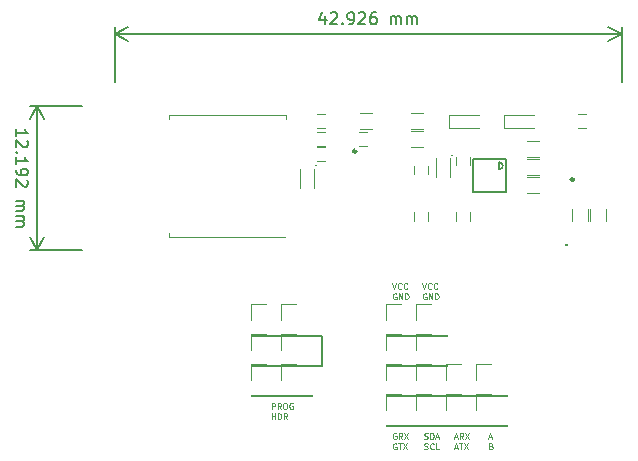
<source format=gbr>
G04 #@! TF.GenerationSoftware,KiCad,Pcbnew,(5.1.5)-3*
G04 #@! TF.CreationDate,2020-04-07T22:18:27-04:00*
G04 #@! TF.ProjectId,PicoTrackerWSPR2Rev2,5069636f-5472-4616-936b-657257535052,rev?*
G04 #@! TF.SameCoordinates,Original*
G04 #@! TF.FileFunction,Legend,Top*
G04 #@! TF.FilePolarity,Positive*
%FSLAX46Y46*%
G04 Gerber Fmt 4.6, Leading zero omitted, Abs format (unit mm)*
G04 Created by KiCad (PCBNEW (5.1.5)-3) date 2020-04-07 22:18:27*
%MOMM*%
%LPD*%
G04 APERTURE LIST*
%ADD10C,0.150000*%
%ADD11C,0.125000*%
%ADD12C,0.100000*%
%ADD13C,0.200000*%
%ADD14C,0.120000*%
%ADD15C,0.203200*%
%ADD16C,0.250000*%
G04 APERTURE END LIST*
D10*
X62255619Y-69072571D02*
X62255619Y-68501142D01*
X62255619Y-68786857D02*
X63255619Y-68786857D01*
X63112761Y-68691619D01*
X63017523Y-68596380D01*
X62969904Y-68501142D01*
X63160380Y-69453523D02*
X63208000Y-69501142D01*
X63255619Y-69596380D01*
X63255619Y-69834476D01*
X63208000Y-69929714D01*
X63160380Y-69977333D01*
X63065142Y-70024952D01*
X62969904Y-70024952D01*
X62827047Y-69977333D01*
X62255619Y-69405904D01*
X62255619Y-70024952D01*
X62350857Y-70453523D02*
X62303238Y-70501142D01*
X62255619Y-70453523D01*
X62303238Y-70405904D01*
X62350857Y-70453523D01*
X62255619Y-70453523D01*
X62255619Y-71453523D02*
X62255619Y-70882095D01*
X62255619Y-71167809D02*
X63255619Y-71167809D01*
X63112761Y-71072571D01*
X63017523Y-70977333D01*
X62969904Y-70882095D01*
X62255619Y-71929714D02*
X62255619Y-72120190D01*
X62303238Y-72215428D01*
X62350857Y-72263047D01*
X62493714Y-72358285D01*
X62684190Y-72405904D01*
X63065142Y-72405904D01*
X63160380Y-72358285D01*
X63208000Y-72310666D01*
X63255619Y-72215428D01*
X63255619Y-72024952D01*
X63208000Y-71929714D01*
X63160380Y-71882095D01*
X63065142Y-71834476D01*
X62827047Y-71834476D01*
X62731809Y-71882095D01*
X62684190Y-71929714D01*
X62636571Y-72024952D01*
X62636571Y-72215428D01*
X62684190Y-72310666D01*
X62731809Y-72358285D01*
X62827047Y-72405904D01*
X63160380Y-72786857D02*
X63208000Y-72834476D01*
X63255619Y-72929714D01*
X63255619Y-73167809D01*
X63208000Y-73263047D01*
X63160380Y-73310666D01*
X63065142Y-73358285D01*
X62969904Y-73358285D01*
X62827047Y-73310666D01*
X62255619Y-72739238D01*
X62255619Y-73358285D01*
X62255619Y-74548761D02*
X62922285Y-74548761D01*
X62827047Y-74548761D02*
X62874666Y-74596380D01*
X62922285Y-74691619D01*
X62922285Y-74834476D01*
X62874666Y-74929714D01*
X62779428Y-74977333D01*
X62255619Y-74977333D01*
X62779428Y-74977333D02*
X62874666Y-75024952D01*
X62922285Y-75120190D01*
X62922285Y-75263047D01*
X62874666Y-75358285D01*
X62779428Y-75405904D01*
X62255619Y-75405904D01*
X62255619Y-75882095D02*
X62922285Y-75882095D01*
X62827047Y-75882095D02*
X62874666Y-75929714D01*
X62922285Y-76024952D01*
X62922285Y-76167809D01*
X62874666Y-76263047D01*
X62779428Y-76310666D01*
X62255619Y-76310666D01*
X62779428Y-76310666D02*
X62874666Y-76358285D01*
X62922285Y-76453523D01*
X62922285Y-76596380D01*
X62874666Y-76691619D01*
X62779428Y-76739238D01*
X62255619Y-76739238D01*
X64008000Y-66548000D02*
X64008000Y-78740000D01*
X67818000Y-66548000D02*
X63421579Y-66548000D01*
X67818000Y-78740000D02*
X63421579Y-78740000D01*
X64008000Y-78740000D02*
X63421579Y-77613496D01*
X64008000Y-78740000D02*
X64594421Y-77613496D01*
X64008000Y-66548000D02*
X63421579Y-67674504D01*
X64008000Y-66548000D02*
X64594421Y-67674504D01*
X88408333Y-58937714D02*
X88408333Y-59604380D01*
X88170238Y-58556761D02*
X87932142Y-59271047D01*
X88551190Y-59271047D01*
X88884523Y-58699619D02*
X88932142Y-58652000D01*
X89027380Y-58604380D01*
X89265476Y-58604380D01*
X89360714Y-58652000D01*
X89408333Y-58699619D01*
X89455952Y-58794857D01*
X89455952Y-58890095D01*
X89408333Y-59032952D01*
X88836904Y-59604380D01*
X89455952Y-59604380D01*
X89884523Y-59509142D02*
X89932142Y-59556761D01*
X89884523Y-59604380D01*
X89836904Y-59556761D01*
X89884523Y-59509142D01*
X89884523Y-59604380D01*
X90408333Y-59604380D02*
X90598809Y-59604380D01*
X90694047Y-59556761D01*
X90741666Y-59509142D01*
X90836904Y-59366285D01*
X90884523Y-59175809D01*
X90884523Y-58794857D01*
X90836904Y-58699619D01*
X90789285Y-58652000D01*
X90694047Y-58604380D01*
X90503571Y-58604380D01*
X90408333Y-58652000D01*
X90360714Y-58699619D01*
X90313095Y-58794857D01*
X90313095Y-59032952D01*
X90360714Y-59128190D01*
X90408333Y-59175809D01*
X90503571Y-59223428D01*
X90694047Y-59223428D01*
X90789285Y-59175809D01*
X90836904Y-59128190D01*
X90884523Y-59032952D01*
X91265476Y-58699619D02*
X91313095Y-58652000D01*
X91408333Y-58604380D01*
X91646428Y-58604380D01*
X91741666Y-58652000D01*
X91789285Y-58699619D01*
X91836904Y-58794857D01*
X91836904Y-58890095D01*
X91789285Y-59032952D01*
X91217857Y-59604380D01*
X91836904Y-59604380D01*
X92694047Y-58604380D02*
X92503571Y-58604380D01*
X92408333Y-58652000D01*
X92360714Y-58699619D01*
X92265476Y-58842476D01*
X92217857Y-59032952D01*
X92217857Y-59413904D01*
X92265476Y-59509142D01*
X92313095Y-59556761D01*
X92408333Y-59604380D01*
X92598809Y-59604380D01*
X92694047Y-59556761D01*
X92741666Y-59509142D01*
X92789285Y-59413904D01*
X92789285Y-59175809D01*
X92741666Y-59080571D01*
X92694047Y-59032952D01*
X92598809Y-58985333D01*
X92408333Y-58985333D01*
X92313095Y-59032952D01*
X92265476Y-59080571D01*
X92217857Y-59175809D01*
X93979761Y-59604380D02*
X93979761Y-58937714D01*
X93979761Y-59032952D02*
X94027380Y-58985333D01*
X94122619Y-58937714D01*
X94265476Y-58937714D01*
X94360714Y-58985333D01*
X94408333Y-59080571D01*
X94408333Y-59604380D01*
X94408333Y-59080571D02*
X94455952Y-58985333D01*
X94551190Y-58937714D01*
X94694047Y-58937714D01*
X94789285Y-58985333D01*
X94836904Y-59080571D01*
X94836904Y-59604380D01*
X95313095Y-59604380D02*
X95313095Y-58937714D01*
X95313095Y-59032952D02*
X95360714Y-58985333D01*
X95455952Y-58937714D01*
X95598809Y-58937714D01*
X95694047Y-58985333D01*
X95741666Y-59080571D01*
X95741666Y-59604380D01*
X95741666Y-59080571D02*
X95789285Y-58985333D01*
X95884523Y-58937714D01*
X96027380Y-58937714D01*
X96122619Y-58985333D01*
X96170238Y-59080571D01*
X96170238Y-59604380D01*
X70612000Y-60452000D02*
X113538000Y-60452000D01*
X70612000Y-64516000D02*
X70612000Y-59865579D01*
X113538000Y-64516000D02*
X113538000Y-59865579D01*
X113538000Y-60452000D02*
X112411496Y-61038421D01*
X113538000Y-60452000D02*
X112411496Y-59865579D01*
X70612000Y-60452000D02*
X71738504Y-61038421D01*
X70612000Y-60452000D02*
X71738504Y-59865579D01*
D11*
X94108869Y-81521190D02*
X94275535Y-82021190D01*
X94442202Y-81521190D01*
X94894583Y-81973571D02*
X94870773Y-81997380D01*
X94799345Y-82021190D01*
X94751726Y-82021190D01*
X94680297Y-81997380D01*
X94632678Y-81949761D01*
X94608869Y-81902142D01*
X94585059Y-81806904D01*
X94585059Y-81735476D01*
X94608869Y-81640238D01*
X94632678Y-81592619D01*
X94680297Y-81545000D01*
X94751726Y-81521190D01*
X94799345Y-81521190D01*
X94870773Y-81545000D01*
X94894583Y-81568809D01*
X95394583Y-81973571D02*
X95370773Y-81997380D01*
X95299345Y-82021190D01*
X95251726Y-82021190D01*
X95180297Y-81997380D01*
X95132678Y-81949761D01*
X95108869Y-81902142D01*
X95085059Y-81806904D01*
X95085059Y-81735476D01*
X95108869Y-81640238D01*
X95132678Y-81592619D01*
X95180297Y-81545000D01*
X95251726Y-81521190D01*
X95299345Y-81521190D01*
X95370773Y-81545000D01*
X95394583Y-81568809D01*
X94442202Y-82420000D02*
X94394583Y-82396190D01*
X94323154Y-82396190D01*
X94251726Y-82420000D01*
X94204107Y-82467619D01*
X94180297Y-82515238D01*
X94156488Y-82610476D01*
X94156488Y-82681904D01*
X94180297Y-82777142D01*
X94204107Y-82824761D01*
X94251726Y-82872380D01*
X94323154Y-82896190D01*
X94370773Y-82896190D01*
X94442202Y-82872380D01*
X94466011Y-82848571D01*
X94466011Y-82681904D01*
X94370773Y-82681904D01*
X94680297Y-82896190D02*
X94680297Y-82396190D01*
X94966011Y-82896190D01*
X94966011Y-82396190D01*
X95204107Y-82896190D02*
X95204107Y-82396190D01*
X95323154Y-82396190D01*
X95394583Y-82420000D01*
X95442202Y-82467619D01*
X95466011Y-82515238D01*
X95489821Y-82610476D01*
X95489821Y-82681904D01*
X95466011Y-82777142D01*
X95442202Y-82824761D01*
X95394583Y-82872380D01*
X95323154Y-82896190D01*
X95204107Y-82896190D01*
X96648869Y-81521190D02*
X96815535Y-82021190D01*
X96982202Y-81521190D01*
X97434583Y-81973571D02*
X97410773Y-81997380D01*
X97339345Y-82021190D01*
X97291726Y-82021190D01*
X97220297Y-81997380D01*
X97172678Y-81949761D01*
X97148869Y-81902142D01*
X97125059Y-81806904D01*
X97125059Y-81735476D01*
X97148869Y-81640238D01*
X97172678Y-81592619D01*
X97220297Y-81545000D01*
X97291726Y-81521190D01*
X97339345Y-81521190D01*
X97410773Y-81545000D01*
X97434583Y-81568809D01*
X97934583Y-81973571D02*
X97910773Y-81997380D01*
X97839345Y-82021190D01*
X97791726Y-82021190D01*
X97720297Y-81997380D01*
X97672678Y-81949761D01*
X97648869Y-81902142D01*
X97625059Y-81806904D01*
X97625059Y-81735476D01*
X97648869Y-81640238D01*
X97672678Y-81592619D01*
X97720297Y-81545000D01*
X97791726Y-81521190D01*
X97839345Y-81521190D01*
X97910773Y-81545000D01*
X97934583Y-81568809D01*
X96982202Y-82420000D02*
X96934583Y-82396190D01*
X96863154Y-82396190D01*
X96791726Y-82420000D01*
X96744107Y-82467619D01*
X96720297Y-82515238D01*
X96696488Y-82610476D01*
X96696488Y-82681904D01*
X96720297Y-82777142D01*
X96744107Y-82824761D01*
X96791726Y-82872380D01*
X96863154Y-82896190D01*
X96910773Y-82896190D01*
X96982202Y-82872380D01*
X97006011Y-82848571D01*
X97006011Y-82681904D01*
X96910773Y-82681904D01*
X97220297Y-82896190D02*
X97220297Y-82396190D01*
X97506011Y-82896190D01*
X97506011Y-82396190D01*
X97744107Y-82896190D02*
X97744107Y-82396190D01*
X97863154Y-82396190D01*
X97934583Y-82420000D01*
X97982202Y-82467619D01*
X98006011Y-82515238D01*
X98029821Y-82610476D01*
X98029821Y-82681904D01*
X98006011Y-82777142D01*
X97982202Y-82824761D01*
X97934583Y-82872380D01*
X97863154Y-82896190D01*
X97744107Y-82896190D01*
X83893297Y-92181190D02*
X83893297Y-91681190D01*
X84083773Y-91681190D01*
X84131392Y-91705000D01*
X84155202Y-91728809D01*
X84179011Y-91776428D01*
X84179011Y-91847857D01*
X84155202Y-91895476D01*
X84131392Y-91919285D01*
X84083773Y-91943095D01*
X83893297Y-91943095D01*
X84679011Y-92181190D02*
X84512345Y-91943095D01*
X84393297Y-92181190D02*
X84393297Y-91681190D01*
X84583773Y-91681190D01*
X84631392Y-91705000D01*
X84655202Y-91728809D01*
X84679011Y-91776428D01*
X84679011Y-91847857D01*
X84655202Y-91895476D01*
X84631392Y-91919285D01*
X84583773Y-91943095D01*
X84393297Y-91943095D01*
X84988535Y-91681190D02*
X85083773Y-91681190D01*
X85131392Y-91705000D01*
X85179011Y-91752619D01*
X85202821Y-91847857D01*
X85202821Y-92014523D01*
X85179011Y-92109761D01*
X85131392Y-92157380D01*
X85083773Y-92181190D01*
X84988535Y-92181190D01*
X84940916Y-92157380D01*
X84893297Y-92109761D01*
X84869488Y-92014523D01*
X84869488Y-91847857D01*
X84893297Y-91752619D01*
X84940916Y-91705000D01*
X84988535Y-91681190D01*
X85679011Y-91705000D02*
X85631392Y-91681190D01*
X85559964Y-91681190D01*
X85488535Y-91705000D01*
X85440916Y-91752619D01*
X85417107Y-91800238D01*
X85393297Y-91895476D01*
X85393297Y-91966904D01*
X85417107Y-92062142D01*
X85440916Y-92109761D01*
X85488535Y-92157380D01*
X85559964Y-92181190D01*
X85607583Y-92181190D01*
X85679011Y-92157380D01*
X85702821Y-92133571D01*
X85702821Y-91966904D01*
X85607583Y-91966904D01*
X83893297Y-93056190D02*
X83893297Y-92556190D01*
X83893297Y-92794285D02*
X84179011Y-92794285D01*
X84179011Y-93056190D02*
X84179011Y-92556190D01*
X84417107Y-93056190D02*
X84417107Y-92556190D01*
X84536154Y-92556190D01*
X84607583Y-92580000D01*
X84655202Y-92627619D01*
X84679011Y-92675238D01*
X84702821Y-92770476D01*
X84702821Y-92841904D01*
X84679011Y-92937142D01*
X84655202Y-92984761D01*
X84607583Y-93032380D01*
X84536154Y-93056190D01*
X84417107Y-93056190D01*
X85202821Y-93056190D02*
X85036154Y-92818095D01*
X84917107Y-93056190D02*
X84917107Y-92556190D01*
X85107583Y-92556190D01*
X85155202Y-92580000D01*
X85179011Y-92603809D01*
X85202821Y-92651428D01*
X85202821Y-92722857D01*
X85179011Y-92770476D01*
X85155202Y-92794285D01*
X85107583Y-92818095D01*
X84917107Y-92818095D01*
D10*
X88138000Y-88582500D02*
X86233000Y-88582500D01*
X88138000Y-86042500D02*
X88138000Y-88582500D01*
X86868000Y-86042500D02*
X88138000Y-86042500D01*
D11*
X102284488Y-94578333D02*
X102522583Y-94578333D01*
X102236869Y-94721190D02*
X102403535Y-94221190D01*
X102570202Y-94721190D01*
X102474964Y-95334285D02*
X102546392Y-95358095D01*
X102570202Y-95381904D01*
X102594011Y-95429523D01*
X102594011Y-95500952D01*
X102570202Y-95548571D01*
X102546392Y-95572380D01*
X102498773Y-95596190D01*
X102308297Y-95596190D01*
X102308297Y-95096190D01*
X102474964Y-95096190D01*
X102522583Y-95120000D01*
X102546392Y-95143809D01*
X102570202Y-95191428D01*
X102570202Y-95239047D01*
X102546392Y-95286666D01*
X102522583Y-95310476D01*
X102474964Y-95334285D01*
X102308297Y-95334285D01*
X99363488Y-94578333D02*
X99601583Y-94578333D01*
X99315869Y-94721190D02*
X99482535Y-94221190D01*
X99649202Y-94721190D01*
X100101583Y-94721190D02*
X99934916Y-94483095D01*
X99815869Y-94721190D02*
X99815869Y-94221190D01*
X100006345Y-94221190D01*
X100053964Y-94245000D01*
X100077773Y-94268809D01*
X100101583Y-94316428D01*
X100101583Y-94387857D01*
X100077773Y-94435476D01*
X100053964Y-94459285D01*
X100006345Y-94483095D01*
X99815869Y-94483095D01*
X100268250Y-94221190D02*
X100601583Y-94721190D01*
X100601583Y-94221190D02*
X100268250Y-94721190D01*
X99363488Y-95453333D02*
X99601583Y-95453333D01*
X99315869Y-95596190D02*
X99482535Y-95096190D01*
X99649202Y-95596190D01*
X99744440Y-95096190D02*
X100030154Y-95096190D01*
X99887297Y-95596190D02*
X99887297Y-95096190D01*
X100149202Y-95096190D02*
X100482535Y-95596190D01*
X100482535Y-95096190D02*
X100149202Y-95596190D01*
X96823488Y-94697380D02*
X96894916Y-94721190D01*
X97013964Y-94721190D01*
X97061583Y-94697380D01*
X97085392Y-94673571D01*
X97109202Y-94625952D01*
X97109202Y-94578333D01*
X97085392Y-94530714D01*
X97061583Y-94506904D01*
X97013964Y-94483095D01*
X96918726Y-94459285D01*
X96871107Y-94435476D01*
X96847297Y-94411666D01*
X96823488Y-94364047D01*
X96823488Y-94316428D01*
X96847297Y-94268809D01*
X96871107Y-94245000D01*
X96918726Y-94221190D01*
X97037773Y-94221190D01*
X97109202Y-94245000D01*
X97323488Y-94721190D02*
X97323488Y-94221190D01*
X97442535Y-94221190D01*
X97513964Y-94245000D01*
X97561583Y-94292619D01*
X97585392Y-94340238D01*
X97609202Y-94435476D01*
X97609202Y-94506904D01*
X97585392Y-94602142D01*
X97561583Y-94649761D01*
X97513964Y-94697380D01*
X97442535Y-94721190D01*
X97323488Y-94721190D01*
X97799678Y-94578333D02*
X98037773Y-94578333D01*
X97752059Y-94721190D02*
X97918726Y-94221190D01*
X98085392Y-94721190D01*
X96823488Y-95572380D02*
X96894916Y-95596190D01*
X97013964Y-95596190D01*
X97061583Y-95572380D01*
X97085392Y-95548571D01*
X97109202Y-95500952D01*
X97109202Y-95453333D01*
X97085392Y-95405714D01*
X97061583Y-95381904D01*
X97013964Y-95358095D01*
X96918726Y-95334285D01*
X96871107Y-95310476D01*
X96847297Y-95286666D01*
X96823488Y-95239047D01*
X96823488Y-95191428D01*
X96847297Y-95143809D01*
X96871107Y-95120000D01*
X96918726Y-95096190D01*
X97037773Y-95096190D01*
X97109202Y-95120000D01*
X97609202Y-95548571D02*
X97585392Y-95572380D01*
X97513964Y-95596190D01*
X97466345Y-95596190D01*
X97394916Y-95572380D01*
X97347297Y-95524761D01*
X97323488Y-95477142D01*
X97299678Y-95381904D01*
X97299678Y-95310476D01*
X97323488Y-95215238D01*
X97347297Y-95167619D01*
X97394916Y-95120000D01*
X97466345Y-95096190D01*
X97513964Y-95096190D01*
X97585392Y-95120000D01*
X97609202Y-95143809D01*
X98061583Y-95596190D02*
X97823488Y-95596190D01*
X97823488Y-95096190D01*
X94442202Y-94245000D02*
X94394583Y-94221190D01*
X94323154Y-94221190D01*
X94251726Y-94245000D01*
X94204107Y-94292619D01*
X94180297Y-94340238D01*
X94156488Y-94435476D01*
X94156488Y-94506904D01*
X94180297Y-94602142D01*
X94204107Y-94649761D01*
X94251726Y-94697380D01*
X94323154Y-94721190D01*
X94370773Y-94721190D01*
X94442202Y-94697380D01*
X94466011Y-94673571D01*
X94466011Y-94506904D01*
X94370773Y-94506904D01*
X94966011Y-94721190D02*
X94799345Y-94483095D01*
X94680297Y-94721190D02*
X94680297Y-94221190D01*
X94870773Y-94221190D01*
X94918392Y-94245000D01*
X94942202Y-94268809D01*
X94966011Y-94316428D01*
X94966011Y-94387857D01*
X94942202Y-94435476D01*
X94918392Y-94459285D01*
X94870773Y-94483095D01*
X94680297Y-94483095D01*
X95132678Y-94221190D02*
X95466011Y-94721190D01*
X95466011Y-94221190D02*
X95132678Y-94721190D01*
X94442202Y-95120000D02*
X94394583Y-95096190D01*
X94323154Y-95096190D01*
X94251726Y-95120000D01*
X94204107Y-95167619D01*
X94180297Y-95215238D01*
X94156488Y-95310476D01*
X94156488Y-95381904D01*
X94180297Y-95477142D01*
X94204107Y-95524761D01*
X94251726Y-95572380D01*
X94323154Y-95596190D01*
X94370773Y-95596190D01*
X94442202Y-95572380D01*
X94466011Y-95548571D01*
X94466011Y-95381904D01*
X94370773Y-95381904D01*
X94608869Y-95096190D02*
X94894583Y-95096190D01*
X94751726Y-95596190D02*
X94751726Y-95096190D01*
X95013630Y-95096190D02*
X95346964Y-95596190D01*
X95346964Y-95096190D02*
X95013630Y-95596190D01*
D12*
X99025000Y-70955000D02*
X99025000Y-72555000D01*
X97825000Y-70955000D02*
X97825000Y-72555000D01*
D13*
X99187000Y-70643000D02*
X99187000Y-70643000D01*
D14*
X95920000Y-72298000D02*
X95920000Y-71598000D01*
X97120000Y-71598000D02*
X97120000Y-72298000D01*
X100676000Y-70836000D02*
X100676000Y-71536000D01*
X99476000Y-71536000D02*
X99476000Y-70836000D01*
X99476000Y-76230000D02*
X99476000Y-75530000D01*
X100676000Y-75530000D02*
X100676000Y-76230000D01*
X106502000Y-73895500D02*
X105502000Y-73895500D01*
X105502000Y-72535500D02*
X106502000Y-72535500D01*
X106502000Y-72371500D02*
X105502000Y-72371500D01*
X105502000Y-71011500D02*
X106502000Y-71011500D01*
X106502000Y-70847500D02*
X105502000Y-70847500D01*
X105502000Y-69487500D02*
X106502000Y-69487500D01*
D15*
X103159560Y-71894700D02*
G75*
G03X103159560Y-71290180I0J302260D01*
G01*
X103159560Y-71892160D02*
X103159560Y-71290180D01*
X103761540Y-70990460D02*
X103761540Y-73789540D01*
X100962460Y-70990460D02*
X103761540Y-70990460D01*
X100962460Y-73789540D02*
X100962460Y-70990460D01*
X103761540Y-73789540D02*
X100962460Y-73789540D01*
D14*
X75227800Y-77626200D02*
X75227800Y-77286200D01*
X85147800Y-67646200D02*
X85147800Y-67306200D01*
X75227800Y-67646200D02*
X75227800Y-67306200D01*
X85147800Y-67306200D02*
X75227800Y-67306200D01*
X85037800Y-77626200D02*
X75227800Y-77626200D01*
X88422000Y-68418000D02*
X87722000Y-68418000D01*
X87722000Y-67218000D02*
X88422000Y-67218000D01*
X84649000Y-83315500D02*
X85979000Y-83315500D01*
X84649000Y-84645500D02*
X84649000Y-83315500D01*
X84649000Y-85915500D02*
X87309000Y-85915500D01*
X87309000Y-85915500D02*
X87309000Y-85975500D01*
X84649000Y-85915500D02*
X84649000Y-85975500D01*
X84649000Y-85975500D02*
X87309000Y-85975500D01*
X82109000Y-85975500D02*
X84769000Y-85975500D01*
X82109000Y-85915500D02*
X82109000Y-85975500D01*
X84769000Y-85915500D02*
X84769000Y-85975500D01*
X82109000Y-85915500D02*
X84769000Y-85915500D01*
X82109000Y-84645500D02*
X82109000Y-83315500D01*
X82109000Y-83315500D02*
X83439000Y-83315500D01*
X96079000Y-85915500D02*
X96079000Y-85975500D01*
X96079000Y-85975500D02*
X98739000Y-85975500D01*
X98739000Y-85975500D02*
X98739000Y-85915500D01*
X98739000Y-85915500D02*
X96079000Y-85915500D01*
X96079000Y-84645500D02*
X96079000Y-83315500D01*
X96079000Y-83315500D02*
X97409000Y-83315500D01*
X93539000Y-85915500D02*
X93539000Y-85975500D01*
X93539000Y-85975500D02*
X96199000Y-85975500D01*
X96199000Y-85975500D02*
X96199000Y-85915500D01*
X96199000Y-85915500D02*
X93539000Y-85915500D01*
X93539000Y-84645500D02*
X93539000Y-83315500D01*
X93539000Y-83315500D02*
X94869000Y-83315500D01*
X88422000Y-69942000D02*
X87722000Y-69942000D01*
X87722000Y-68742000D02*
X88422000Y-68742000D01*
X91978000Y-69942000D02*
X91278000Y-69942000D01*
X91278000Y-68742000D02*
X91978000Y-68742000D01*
X97120000Y-75530000D02*
X97120000Y-76230000D01*
X95920000Y-76230000D02*
X95920000Y-75530000D01*
X110520000Y-68418000D02*
X109820000Y-68418000D01*
X109820000Y-67218000D02*
X110520000Y-67218000D01*
X93539000Y-85855500D02*
X94869000Y-85855500D01*
X93539000Y-87185500D02*
X93539000Y-85855500D01*
X96199000Y-88455500D02*
X93539000Y-88455500D01*
X96199000Y-88515500D02*
X96199000Y-88455500D01*
X93539000Y-88515500D02*
X96199000Y-88515500D01*
X93539000Y-88455500D02*
X93539000Y-88515500D01*
X98619000Y-88395500D02*
X99949000Y-88395500D01*
X98619000Y-89725500D02*
X98619000Y-88395500D01*
X101279000Y-90995500D02*
X98619000Y-90995500D01*
X101279000Y-91055500D02*
X101279000Y-90995500D01*
X98619000Y-91055500D02*
X101279000Y-91055500D01*
X98619000Y-90995500D02*
X98619000Y-91055500D01*
X98619000Y-93535500D02*
X98619000Y-93595500D01*
X98619000Y-93595500D02*
X101279000Y-93595500D01*
X101279000Y-93595500D02*
X101279000Y-93535500D01*
X101279000Y-93535500D02*
X98619000Y-93535500D01*
X98619000Y-92265500D02*
X98619000Y-90935500D01*
X98619000Y-90935500D02*
X99949000Y-90935500D01*
X96079000Y-88395500D02*
X97409000Y-88395500D01*
X96079000Y-89725500D02*
X96079000Y-88395500D01*
X98739000Y-90995500D02*
X96079000Y-90995500D01*
X98739000Y-91055500D02*
X98739000Y-90995500D01*
X96079000Y-91055500D02*
X98739000Y-91055500D01*
X96079000Y-90995500D02*
X96079000Y-91055500D01*
X96079000Y-93535500D02*
X96079000Y-93595500D01*
X96079000Y-93595500D02*
X98739000Y-93595500D01*
X98739000Y-93595500D02*
X98739000Y-93535500D01*
X98739000Y-93535500D02*
X96079000Y-93535500D01*
X96079000Y-92265500D02*
X96079000Y-90935500D01*
X96079000Y-90935500D02*
X97409000Y-90935500D01*
X84649000Y-91055500D02*
X87309000Y-91055500D01*
X84649000Y-90995500D02*
X84649000Y-91055500D01*
X87309000Y-90995500D02*
X87309000Y-91055500D01*
X84649000Y-90995500D02*
X87309000Y-90995500D01*
X84649000Y-89725500D02*
X84649000Y-88395500D01*
X84649000Y-88395500D02*
X85979000Y-88395500D01*
X84649000Y-85855500D02*
X85979000Y-85855500D01*
X84649000Y-87185500D02*
X84649000Y-85855500D01*
X84649000Y-88455500D02*
X87309000Y-88455500D01*
X87309000Y-88455500D02*
X87309000Y-88515500D01*
X84649000Y-88455500D02*
X84649000Y-88515500D01*
X84649000Y-88515500D02*
X87309000Y-88515500D01*
X82109000Y-91055500D02*
X84769000Y-91055500D01*
X82109000Y-90995500D02*
X82109000Y-91055500D01*
X84769000Y-90995500D02*
X84769000Y-91055500D01*
X82109000Y-90995500D02*
X84769000Y-90995500D01*
X82109000Y-89725500D02*
X82109000Y-88395500D01*
X82109000Y-88395500D02*
X83439000Y-88395500D01*
X82109000Y-85855500D02*
X83439000Y-85855500D01*
X82109000Y-87185500D02*
X82109000Y-85855500D01*
X82109000Y-88455500D02*
X84769000Y-88455500D01*
X84769000Y-88455500D02*
X84769000Y-88515500D01*
X82109000Y-88455500D02*
X82109000Y-88515500D01*
X82109000Y-88515500D02*
X84769000Y-88515500D01*
X93539000Y-90935500D02*
X94869000Y-90935500D01*
X93539000Y-92265500D02*
X93539000Y-90935500D01*
X96199000Y-93535500D02*
X93539000Y-93535500D01*
X96199000Y-93595500D02*
X96199000Y-93535500D01*
X93539000Y-93595500D02*
X96199000Y-93595500D01*
X93539000Y-93535500D02*
X93539000Y-93595500D01*
X93539000Y-90995500D02*
X93539000Y-91055500D01*
X93539000Y-91055500D02*
X96199000Y-91055500D01*
X96199000Y-91055500D02*
X96199000Y-90995500D01*
X96199000Y-90995500D02*
X93539000Y-90995500D01*
X93539000Y-89725500D02*
X93539000Y-88395500D01*
X93539000Y-88395500D02*
X94869000Y-88395500D01*
X101159000Y-90995500D02*
X101159000Y-91055500D01*
X101159000Y-91055500D02*
X103819000Y-91055500D01*
X103819000Y-91055500D02*
X103819000Y-90995500D01*
X103819000Y-90995500D02*
X101159000Y-90995500D01*
X101159000Y-89725500D02*
X101159000Y-88395500D01*
X101159000Y-88395500D02*
X102489000Y-88395500D01*
X101159000Y-90935500D02*
X102489000Y-90935500D01*
X101159000Y-92265500D02*
X101159000Y-90935500D01*
X103819000Y-93535500D02*
X101159000Y-93535500D01*
X103819000Y-93595500D02*
X103819000Y-93535500D01*
X101159000Y-93595500D02*
X103819000Y-93595500D01*
X101159000Y-93535500D02*
X101159000Y-93595500D01*
X96079000Y-85855500D02*
X97409000Y-85855500D01*
X96079000Y-87185500D02*
X96079000Y-85855500D01*
X98739000Y-88455500D02*
X96079000Y-88455500D01*
X98739000Y-88515500D02*
X98739000Y-88455500D01*
X96079000Y-88515500D02*
X98739000Y-88515500D01*
X96079000Y-88455500D02*
X96079000Y-88515500D01*
X98890500Y-67268000D02*
X98890500Y-68368000D01*
X98890500Y-68368000D02*
X101490500Y-68368000D01*
X98890500Y-67268000D02*
X101490500Y-67268000D01*
X103526000Y-67268000D02*
X106126000Y-67268000D01*
X103526000Y-68368000D02*
X106126000Y-68368000D01*
X103526000Y-67268000D02*
X103526000Y-68368000D01*
D16*
X109469000Y-72766000D02*
G75*
G03X109469000Y-72766000I-125000J0D01*
G01*
D14*
X109302000Y-76276000D02*
X109302000Y-75276000D01*
X110662000Y-75276000D02*
X110662000Y-76276000D01*
X112186000Y-75276000D02*
X112186000Y-76276000D01*
X110826000Y-76276000D02*
X110826000Y-75276000D01*
X91364000Y-67138000D02*
X92364000Y-67138000D01*
X92364000Y-68498000D02*
X91364000Y-68498000D01*
X95682000Y-68662000D02*
X96682000Y-68662000D01*
X96682000Y-70022000D02*
X95682000Y-70022000D01*
X96682000Y-68498000D02*
X95682000Y-68498000D01*
X95682000Y-67138000D02*
X96682000Y-67138000D01*
D16*
X91045835Y-70367301D02*
G75*
G03X91045835Y-70367301I-125000J0D01*
G01*
D14*
X88427000Y-71212000D02*
X87727000Y-71212000D01*
X87727000Y-70012000D02*
X88427000Y-70012000D01*
D13*
X87630000Y-71557400D02*
X87630000Y-71557400D01*
D12*
X86268000Y-71869400D02*
X86268000Y-73469400D01*
X87468000Y-71869400D02*
X87468000Y-73469400D01*
D10*
X108877100Y-78246242D02*
X108924719Y-78293861D01*
X108877100Y-78341480D01*
X108829480Y-78293861D01*
X108877100Y-78246242D01*
X108877100Y-78341480D01*
M02*

</source>
